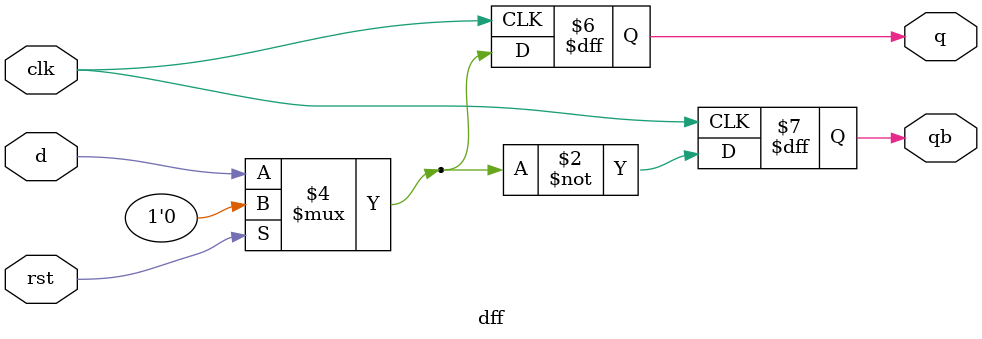
<source format=v>
`timescale 1ns / 1ps
module dff(q,qb,d,rst,clk);
output q,qb;
input rst,d,clk;

reg q,qb;
always @(posedge clk)
	begin
		if(rst)
			q = 1'b0;
		else
			q = d;
		qb = ~q;
	end
endmodule

</source>
